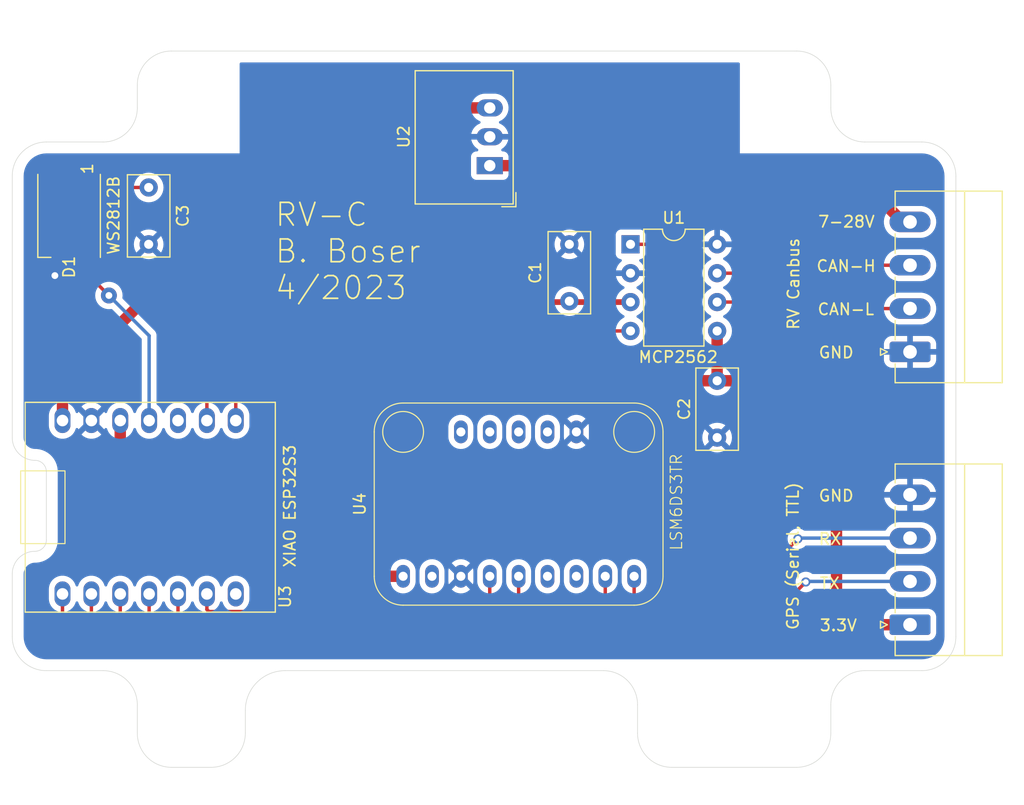
<source format=kicad_pcb>
(kicad_pcb (version 20221018) (generator pcbnew)
  (layers (0 "F.Cu" signal) (31 "B.Cu" signal) (34 "B.Paste" user) (35 "F.Paste" user) (36 "B.SilkS" user "B.Silkscreen") (37 "F.SilkS" user "F.Silkscreen") (38 "B.Mask" user) (39 "F.Mask" user) (44 "Edge.Cuts" user))
  (net 0 "")
  (net 3 "+3.3V")
  (net 4 "GND")
  (net 5 "+12V")
  (net 6 "/CANH")
  (net 7 "/CANL")
  (net 8 "+5V")
  (net 10 "SCL")
  (net 11 "SDA")
  (net 14 "INT1")
  (net 15 "INT2")
  (net 20 "GPS_TX")
  (net 21 "GPS_RX")
  (net 22 "LED")
  (net 23 "CAN_TX")
  (net 24 "CAN_RX")
  (footprint "Capacitor_THT:C_Rect_L7.0mm_W3.5mm_P5.00mm" (layer "F.Cu") (at 160 72 -90)
    (fp_text reference "C3" (at 2.5 -3 90) (layer "F.SilkS"))
    (fp_text value "100nF")
    (fp_line (start -1.12 -1.87) (end -1.12 1.87) (stroke (width 0.12)) (layer "F.SilkS"))
    (fp_line (start -1.12 -1.87) (end 6.12 -1.87) (stroke (width 0.12)) (layer "F.SilkS"))
    (fp_line (start -1.12 1.87) (end 6.12 1.87) (stroke (width 0.12)) (layer "F.SilkS"))
    (fp_line (start 6.12 -1.87) (end 6.12 1.87) (stroke (width 0.12)) (layer "F.SilkS"))
    (pad "1" thru_hole circle (at 0 0 270) (size 1.6 1.6) (drill 0.8) (layers "*.Cu" "*.Mask") (net 3 "+3.3V"))
    (pad "2" thru_hole circle (at 5 0 270) (size 1.6 1.6) (drill 0.8) (layers "*.Cu" "*.Mask") (net 4 "GND"))
  )
  (footprint "Capacitor_THT:C_Rect_L7.0mm_W3.5mm_P5.00mm" (layer "F.Cu") (at 210 89 -90)
    (fp_text reference "C2" (at 2.5 2.9 90) (layer "F.SilkS"))
    (fp_text value "100nF")
    (fp_line (start -1.12 -1.87) (end -1.12 1.87) (stroke (width 0.12)) (layer "F.SilkS"))
    (fp_line (start -1.12 -1.87) (end 6.12 -1.87) (stroke (width 0.12)) (layer "F.SilkS"))
    (fp_line (start -1.12 1.87) (end 6.12 1.87) (stroke (width 0.12)) (layer "F.SilkS"))
    (fp_line (start 6.12 -1.87) (end 6.12 1.87) (stroke (width 0.12)) (layer "F.SilkS"))
    (pad "1" thru_hole circle (at 0 0 270) (size 1.6 1.6) (drill 0.8) (layers "*.Cu" "*.Mask") (net 3 "+3.3V"))
    (pad "2" thru_hole circle (at 5 0 270) (size 1.6 1.6) (drill 0.8) (layers "*.Cu" "*.Mask") (net 4 "GND"))
  )
  (footprint "Connector_Phoenix_MC:PhoenixContact_MC_1,5_4-G-3.81_1x04_P3.81mm_Horizontal" (layer "F.Cu") (at 226.9675 110.46 90)
    (fp_text reference "J2" hide)
    (fp_text value "Screw_Terminal_01x04")
    (fp_line (start -2.71 -1.31) (end -2.71 8.11) (stroke (width 0.12)) (layer "F.SilkS"))
    (fp_line (start -2.71 -1.31) (end -1.05 -1.31) (stroke (width 0.12)) (layer "F.SilkS"))
    (fp_line (start -2.71 4.8) (end 14.14 4.8) (stroke (width 0.12)) (layer "F.SilkS"))
    (fp_line (start -2.71 8.11) (end 14.14 8.11) (stroke (width 0.12)) (layer "F.SilkS"))
    (fp_line (start -0.3 -2.6) (end 0.3 -2.6) (stroke (width 0.12)) (layer "F.SilkS"))
    (fp_line (start 0 -2) (end -0.3 -2.6) (stroke (width 0.12)) (layer "F.SilkS"))
    (fp_line (start 0.3 -2.6) (end 0 -2) (stroke (width 0.12)) (layer "F.SilkS"))
    (fp_line (start 1.05 -1.31) (end 2.76 -1.31) (stroke (width 0.12)) (layer "F.SilkS"))
    (fp_line (start 4.86 -1.31) (end 6.57 -1.31) (stroke (width 0.12)) (layer "F.SilkS"))
    (fp_line (start 8.67 -1.31) (end 10.38 -1.31) (stroke (width 0.12)) (layer "F.SilkS"))
    (fp_line (start 14.14 -1.31) (end 12.48 -1.31) (stroke (width 0.12)) (layer "F.SilkS"))
    (fp_line (start 14.14 8.11) (end 14.14 -1.31) (stroke (width 0.12)) (layer "F.SilkS"))
    (pad "1" thru_hole roundrect (at 0 0 90) (size 1.8 3.6) (drill 1.2) (layers "*.Cu" "*.Mask") (roundrect_rratio 0.1388888889) (net 3 "+3.3V"))
    (pad "2" thru_hole oval (at 3.81 0 90) (size 1.8 3.6) (drill 1.2) (layers "*.Cu" "*.Mask") (net 20 "GPS_TX"))
    (pad "3" thru_hole oval (at 7.62 0 90) (size 1.8 3.6) (drill 1.2) (layers "*.Cu" "*.Mask") (net 21 "GPS_RX"))
    (pad "4" thru_hole oval (at 11.43 0 90) (size 1.8 3.6) (drill 1.2) (layers "*.Cu" "*.Mask") (net 4 "GND"))
  )
  (footprint "Package_DIP:DIP-8_W7.62mm" (layer "F.Cu") (at 202.38 77)
    (fp_text reference "U1" (at 3.81 -2.33) (layer "F.SilkS"))
    (fp_text value "MCP2562-E-P")
    (fp_line (start 1.16 -1.33) (end 1.16 8.95) (stroke (width 0.12)) (layer "F.SilkS"))
    (fp_line (start 1.16 8.95) (end 6.46 8.95) (stroke (width 0.12)) (layer "F.SilkS"))
    (fp_line (start 2.81 -1.33) (end 1.16 -1.33) (stroke (width 0.12)) (layer "F.SilkS"))
    (fp_line (start 6.46 -1.33) (end 4.81 -1.33) (stroke (width 0.12)) (layer "F.SilkS"))
    (fp_line (start 6.46 8.95) (end 6.46 -1.33) (stroke (width 0.12)) (layer "F.SilkS"))
    (fp_arc (start 4.81 -1.33) (mid 3.81 -0.33) (end 2.81 -1.33) (stroke (width 0.12)) (layer "F.SilkS"))
    (pad "1" thru_hole rect (at 0 0) (size 1.6 1.6) (drill 0.8) (layers "*.Cu" "*.Mask") (net 23 "CAN_TX"))
    (pad "2" thru_hole oval (at 0 2.54) (size 1.6 1.6) (drill 0.8) (layers "*.Cu" "*.Mask") (net 4 "GND"))
    (pad "3" thru_hole oval (at 0 5.08) (size 1.6 1.6) (drill 0.8) (layers "*.Cu" "*.Mask") (net 8 "+5V"))
    (pad "4" thru_hole oval (at 0 7.62) (size 1.6 1.6) (drill 0.8) (layers "*.Cu" "*.Mask") (net 24 "CAN_RX"))
    (pad "5" thru_hole oval (at 7.62 7.62) (size 1.6 1.6) (drill 0.8) (layers "*.Cu" "*.Mask") (net 3 "+3.3V"))
    (pad "6" thru_hole oval (at 7.62 5.08) (size 1.6 1.6) (drill 0.8) (layers "*.Cu" "*.Mask") (net 7 "/CANL"))
    (pad "7" thru_hole oval (at 7.62 2.54) (size 1.6 1.6) (drill 0.8) (layers "*.Cu" "*.Mask") (net 6 "/CANH"))
    (pad "8" thru_hole oval (at 7.62 0) (size 1.6 1.6) (drill 0.8) (layers "*.Cu" "*.Mask") (net 4 "GND"))
  )
  (footprint "BEB:Enclosure_Lemotech_90_70_antenna" (layer "F.Cu") (at 148 123)
    (fp_text reference "X1" hide)
    (fp_text value "~" hide)
    (fp_line (start 0 -52) (end 0 -29) (stroke (width 0.05)) (layer "Edge.Cuts"))
    (fp_line (start 0 -17) (end 0 -11.5) (stroke (width 0.05)) (layer "Edge.Cuts"))
    (fp_line (start 3 -55) (end 8 -55) (stroke (width 0.05)) (layer "Edge.Cuts"))
    (fp_line (start 3 -26) (end 3 -20) (stroke (width 0.05)) (layer "Edge.Cuts"))
    (fp_line (start 8 -8.5) (end 3 -8.5) (stroke (width 0.05)) (layer "Edge.Cuts"))
    (fp_line (start 11 -58) (end 11 -60) (stroke (width 0.05)) (layer "Edge.Cuts"))
    (fp_line (start 11 -5.5) (end 11 -3) (stroke (width 0.05)) (layer "Edge.Cuts"))
    (fp_line (start 14 -63) (end 69 -63) (stroke (width 0.05)) (layer "Edge.Cuts"))
    (fp_line (start 14 0) (end 17.5 0) (stroke (width 0.05)) (layer "Edge.Cuts"))
    (fp_line (start 20.5 -5) (end 20.5 -3) (stroke (width 0.05)) (layer "Edge.Cuts"))
    (fp_line (start 52 -8.5) (end 24 -8.5) (stroke (width 0.05)) (layer "Edge.Cuts"))
    (fp_line (start 55 -3) (end 55 -5.5) (stroke (width 0.05)) (layer "Edge.Cuts"))
    (fp_line (start 66 0) (end 58 0) (stroke (width 0.05)) (layer "Edge.Cuts"))
    (fp_line (start 69 0) (end 66 0) (stroke (width 0.05)) (layer "Edge.Cuts"))
    (fp_line (start 72 -60) (end 72 -58) (stroke (width 0.05)) (layer "Edge.Cuts"))
    (fp_line (start 72 -5.5) (end 72 -3) (stroke (width 0.05)) (layer "Edge.Cuts"))
    (fp_line (start 75 -55) (end 80 -55) (stroke (width 0.05)) (layer "Edge.Cuts"))
    (fp_line (start 80 -8.5) (end 75 -8.5) (stroke (width 0.05)) (layer "Edge.Cuts"))
    (fp_line (start 83 -52) (end 83 -11.5) (stroke (width 0.05)) (layer "Edge.Cuts"))
    (fp_arc (start 0 -52) (mid 0.87868 -54.12132) (end 3 -55) (stroke (width 0.05)) (layer "Edge.Cuts"))
    (fp_arc (start 0 -17) (mid 0.585786 -18.414214) (end 2 -19) (stroke (width 0.05)) (layer "Edge.Cuts"))
    (fp_arc (start 2 -27) (mid 0.585786 -27.585786) (end 0 -29) (stroke (width 0.05)) (layer "Edge.Cuts"))
    (fp_arc (start 2 -27) (mid 2.707107 -26.707107) (end 3 -26) (stroke (width 0.05)) (layer "Edge.Cuts"))
    (fp_arc (start 3 -20) (mid 2.707107 -19.292893) (end 2 -19) (stroke (width 0.05)) (layer "Edge.Cuts"))
    (fp_arc (start 3 -8.5) (mid 0.87868 -9.37868) (end 0 -11.5) (stroke (width 0.05)) (layer "Edge.Cuts"))
    (fp_arc (start 8 -8.5) (mid 10.12132 -7.62132) (end 11 -5.5) (stroke (width 0.05)) (layer "Edge.Cuts"))
    (fp_arc (start 11 -60) (mid 11.87868 -62.12132) (end 14 -63) (stroke (width 0.05)) (layer "Edge.Cuts"))
    (fp_arc (start 11 -58) (mid 10.12132 -55.87868) (end 8 -55) (stroke (width 0.05)) (layer "Edge.Cuts"))
    (fp_arc (start 14 0) (mid 11.87868 -0.87868) (end 11 -3) (stroke (width 0.05)) (layer "Edge.Cuts"))
    (fp_arc (start 20.5 -5) (mid 21.525126 -7.474874) (end 24 -8.5) (stroke (width 0.05)) (layer "Edge.Cuts"))
    (fp_arc (start 20.5 -3) (mid 19.62132 -0.87868) (end 17.5 0) (stroke (width 0.05)) (layer "Edge.Cuts"))
    (fp_arc (start 52 -8.5) (mid 54.12132 -7.62132) (end 55 -5.5) (stroke (width 0.05)) (layer "Edge.Cuts"))
    (fp_arc (start 58 0) (mid 55.87868 -0.87868) (end 55 -3) (stroke (width 0.05)) (layer "Edge.Cuts"))
    (fp_arc (start 69 -63) (mid 71.12132 -62.12132) (end 72 -60) (stroke (width 0.05)) (layer "Edge.Cuts"))
    (fp_arc (start 72 -5.5) (mid 72.87868 -7.62132) (end 75 -8.5) (stroke (width 0.05)) (layer "Edge.Cuts"))
    (fp_arc (start 72 -3) (mid 71.12132 -0.87868) (end 69 0) (stroke (width 0.05)) (layer "Edge.Cuts"))
    (fp_arc (start 75 -55) (mid 72.87868 -55.87868) (end 72 -58) (stroke (width 0.05)) (layer "Edge.Cuts"))
    (fp_arc (start 80 -55) (mid 82.12132 -54.12132) (end 83 -52) (stroke (width 0.05)) (layer "Edge.Cuts"))
    (fp_arc (start 83 -11.5) (mid 82.12132 -9.37868) (end 80 -8.5) (stroke (width 0.05)) (layer "Edge.Cuts"))
    (pad "" np_thru_hole circle (at 14 -60) (size 3.5 3.5) (drill 3.5) (layers "*.Cu" "*.Mask"))
    (pad "" np_thru_hole circle (at 14 -3) (size 3.5 3.5) (drill 3.5) (layers "*.Cu" "*.Mask"))
    (pad "" np_thru_hole circle (at 69 -60) (size 3.5 3.5) (drill 3.5) (layers "F&B.Cu" "*.Mask"))
    (pad "" np_thru_hole circle (at 69 -3) (size 3.5 3.5) (drill 3.5) (layers "*.Cu" "*.Mask"))
  )
  (footprint "BEB:LSM6DS3TR_breakout" (layer "F.Cu") (at 192.54 99.85)
    (fp_text reference "U4" (at -13.97 0 90) (layer "F.SilkS"))
    (fp_text value "LSM6DS3TR")
    (fp_text user "LSM6DS3TR" (at 14.46 4.15 90 unlocked) (layer "F.SilkS") (effects (font (thickness 0.1)) (justify left bottom)))
    (fp_line (start -12.7 6.35) (end -12.7 -6.35) (stroke (width 0.1)) (layer "F.SilkS"))
    (fp_line (start -10.16 -8.89) (end 10.16 -8.89) (stroke (width 0.1)) (layer "F.SilkS"))
    (fp_line (start 10.16 8.89) (end -10.16 8.89) (stroke (width 0.1)) (layer "F.SilkS"))
    (fp_line (start 12.7 -6.35) (end 12.7 6.35) (stroke (width 0.1)) (layer "F.SilkS"))
    (fp_arc (start -12.7 -6.35) (mid -11.956051 -8.146051) (end -10.16 -8.89) (stroke (width 0.1)) (layer "F.SilkS"))
    (fp_arc (start -10.16 8.89) (mid -11.956051 8.146051) (end -12.7 6.35) (stroke (width 0.1)) (layer "F.SilkS"))
    (fp_arc (start 10.16 -8.89) (mid 11.956051 -8.146051) (end 12.7 -6.35) (stroke (width 0.1)) (layer "F.SilkS"))
    (fp_arc (start 12.7 6.35) (mid 11.956051 8.146051) (end 10.16 8.89) (stroke (width 0.1)) (layer "F.SilkS"))
    (fp_circle (center -10.16 -6.35) (end -8.89 -7.62) (stroke (width 0.1)) (fill none) (layer "F.SilkS"))
    (fp_circle (center 10.16 -6.35) (end 11.43 -7.62) (stroke (width 0.1)) (fill none) (layer "F.SilkS"))
    (pad "1" thru_hole oval (at -10.16 6.35) (size 1.2 2) (drill 0.8) (layers "*.Cu" "*.Mask") (net 3 "+3.3V"))
    (pad "2" thru_hole oval (at -7.62 6.35) (size 1.2 2) (drill 0.8) (layers "*.Cu" "*.Mask"))
    (pad "3" thru_hole oval (at -5.08 6.35) (size 1.2 2) (drill 0.8) (layers "*.Cu" "*.Mask") (net 4 "GND"))
    (pad "4" thru_hole oval (at -2.54 6.35) (size 1.2 2) (drill 0.8) (layers "*.Cu" "*.Mask") (net 10 "SCL"))
    (pad "5" thru_hole oval (at 0 6.35) (size 1.2 2) (drill 0.8) (layers "*.Cu" "*.Mask") (net 11 "SDA"))
    (pad "6" thru_hole oval (at 2.54 6.35) (size 1.2 2) (drill 0.8) (layers "*.Cu" "*.Mask"))
    (pad "7" thru_hole oval (at 5.08 6.35) (size 1.2 2) (drill 0.8) (layers "*.Cu" "*.Mask"))
    (pad "8" thru_hole oval (at 7.62 6.35) (size 1.2 2) (drill 0.8) (layers "*.Cu" "*.Mask") (net 14 "INT1"))
    (pad "9" thru_hole oval (at 10.16 6.35) (size 1.2 2) (drill 0.8) (layers "*.Cu" "*.Mask") (net 15 "INT2"))
    (pad "10" thru_hole oval (at 5.08 -6.35) (size 1.2 2) (drill 0.8) (layers "*.Cu" "*.Mask") (net 4 "GND"))
    (pad "11" thru_hole oval (at 2.54 -6.35) (size 1.2 2) (drill 0.8) (layers "*.Cu" "*.Mask"))
    (pad "12" thru_hole oval (at 0 -6.35) (size 1.2 2) (drill 0.8) (layers "*.Cu" "*.Mask"))
    (pad "13" thru_hole oval (at -2.54 -6.35) (size 1.2 2) (drill 0.8) (layers "*.Cu" "*.Mask"))
    (pad "14" thru_hole oval (at -5.08 -6.35) (size 1.2 2) (drill 0.8) (layers "*.Cu" "*.Mask"))
  )
  (footprint "LED_SMD:LED_WS2812B_PLCC4_5.0x5.0mm_P3.2mm" (layer "F.Cu") (at 153 74.5 -90)
    (fp_text reference "D1" (at 4.5 0 90) (layer "F.SilkS"))
    (fp_text value "WS2812B")
    (fp_text user "1" (at -4.15 -1.6 90) (layer "F.SilkS"))
    (fp_line (start -3.65 -2.75) (end 3.65 -2.75) (stroke (width 0.12)) (layer "F.SilkS"))
    (fp_line (start -3.65 2.75) (end 3.65 2.75) (stroke (width 0.12)) (layer "F.SilkS"))
    (fp_line (start 3.65 2.75) (end 3.65 1.6) (stroke (width 0.12)) (layer "F.SilkS"))
    (pad "1" smd rect (at -2.45 -1.65 270) (size 1.5 0.9) (layers "F.Cu" "F.Paste" "F.Mask") (net 3 "+3.3V"))
    (pad "2" smd rect (at -2.45 1.65 270) (size 1.5 0.9) (layers "F.Cu" "F.Paste" "F.Mask"))
    (pad "3" smd rect (at 2.45 1.65 270) (size 1.5 0.9) (layers "F.Cu" "F.Paste" "F.Mask") (net 4 "GND"))
    (pad "4" smd rect (at 2.45 -1.65 270) (size 1.5 0.9) (layers "F.Cu" "F.Paste" "F.Mask") (net 22 "LED"))
  )
  (footprint "BEB:XIAO_DIL" (layer "F.Cu") (at 160.04 100.125)
    (fp_text reference "U3" (at 11.96 7.875 90) (layer "F.SilkS"))
    (fp_text value "XIAO_ESP32S3" hide)
    (fp_line (start -10.9 9.225) (end -10.9 -9.2) (stroke (width 0.1)) (layer "F.SilkS"))
    (fp_line (start -10.9 9.225) (end 11.1 9.225) (stroke (width 0.12)) (layer "F.SilkS"))
    (fp_line (start 11.1 -9.225) (end -10.9 -9.225) (stroke (width 0.12)) (layer "F.SilkS"))
    (fp_line (start 11.1 9.225) (end 11.1 -9.225) (stroke (width 0.12)) (layer "F.SilkS"))
    (fp_rect (start -11.3 -3.2) (end -7.4 3.2) (stroke (width 0.1)) (fill none) (layer "F.SilkS"))
    (pad "1" thru_hole oval (at -7.62 7.625) (size 1.4 2.2) (drill 1.02) (layers "*.Cu" "*.Mask") (net 20 "GPS_TX"))
    (pad "2" thru_hole oval (at -5.08 7.625) (size 1.4 2.2) (drill 1.02) (layers "*.Cu" "*.Mask") (net 21 "GPS_RX"))
    (pad "3" thru_hole oval (at -2.54 7.625) (size 1.4 2.2) (drill 1.02) (layers "*.Cu" "*.Mask") (net 15 "INT2"))
    (pad "4" thru_hole oval (at 0 7.625) (size 1.4 2.2) (drill 1.02) (layers "*.Cu" "*.Mask") (net 14 "INT1"))
    (pad "5" thru_hole oval (at 2.54 7.625) (size 1.4 2.2) (drill 1.02) (layers "*.Cu" "*.Mask") (net 11 "SDA"))
    (pad "6" thru_hole oval (at 5.08 7.625) (size 1.4 2.2) (drill 1.02) (layers "*.Cu" "*.Mask") (net 10 "SCL"))
    (pad "7" thru_hole oval (at 7.62 7.625) (size 1.4 2.2) (drill 1.02) (layers "*.Cu" "*.Mask"))
    (pad "8" thru_hole oval (at 7.62 -7.625) (size 1.4 2.2) (drill 1.02) (layers "*.Cu" "*.Mask") (net 23 "CAN_TX"))
    (pad "9" thru_hole oval (at 5.08 -7.625) (size 1.4 2.2) (drill 1.02) (layers "*.Cu" "*.Mask") (net 24 "CAN_RX"))
    (pad "10" thru_hole oval (at 2.54 -7.625) (size 1.4 2.2) (drill 1.02) (layers "*.Cu" "*.Mask"))
    (pad "11" thru_hole oval (at 0 -7.625) (size 1.4 2.2) (drill 1.02) (layers "*.Cu" "*.Mask") (net 22 "LED"))
    (pad "12" thru_hole oval (at -2.54 -7.625) (size 1.4 2.2) (drill 1.02) (layers "*.Cu" "*.Mask") (net 3 "+3.3V"))
    (pad "13" thru_hole oval (at -5.08 -7.625) (size 1.4 2.2) (drill 1.02) (layers "*.Cu" "*.Mask") (net 4 "GND"))
    (pad "14" thru_hole oval (at -7.62 -7.625) (size 1.4 2.2) (drill 1.02) (layers "*.Cu" "*.Mask") (net 8 "+5V"))
  )
  (footprint "Converter_DCDC:Converter_DCDC_RECOM_R-78E-0.5_THT" (layer "F.Cu") (at 190 70.08 90)
    (fp_text reference "U2" (at 2.54 -7.56 90) (layer "F.SilkS"))
    (fp_text value "R-78E5.0-0.5 or R-70B5.0-1")
    (fp_line (start -3.611 1.06) (end -3.611 2.3) (stroke (width 0.12)) (layer "F.SilkS"))
    (fp_line (start -3.611 2.3) (end -2.371 2.3) (stroke (width 0.12)) (layer "F.SilkS"))
    (fp_line (start -3.371 -6.56) (end -3.371 2.06) (stroke (width 0.12)) (layer "F.SilkS"))
    (fp_line (start -3.371 -6.56) (end 8.35 -6.56) (stroke (width 0.12)) (layer "F.SilkS"))
    (fp_line (start -3.371 2.06) (end 8.35 2.06) (stroke (width 0.12)) (layer "F.SilkS"))
    (fp_line (start 8.35 -6.56) (end 8.35 2.06) (stroke (width 0.12)) (layer "F.SilkS"))
    (pad "1" thru_hole rect (at 0 0 90) (size 1.5 2.3) (drill 1) (layers "*.Cu" "*.Mask") (net 5 "+12V"))
    (pad "2" thru_hole oval (at 2.54 0 90) (size 1.5 2.3) (drill 1) (layers "*.Cu" "*.Mask") (net 4 "GND"))
    (pad "3" thru_hole oval (at 5.08 0 90) (size 1.5 2.3) (drill 1) (layers "*.Cu" "*.Mask") (net 8 "+5V"))
  )
  (footprint "Connector_Phoenix_MC:PhoenixContact_MC_1,5_4-G-3.81_1x04_P3.81mm_Horizontal" (layer "F.Cu") (at 226.9675 86.46 90)
    (fp_text reference "J1" hide)
    (fp_text value "Screw_Terminal_01x04")
    (fp_line (start -2.71 -1.31) (end -2.71 8.11) (stroke (width 0.12)) (layer "F.SilkS"))
    (fp_line (start -2.71 -1.31) (end -1.05 -1.31) (stroke (width 0.12)) (layer "F.SilkS"))
    (fp_line (start -2.71 4.8) (end 14.14 4.8) (stroke (width 0.12)) (layer "F.SilkS"))
    (fp_line (start -2.71 8.11) (end 14.14 8.11) (stroke (width 0.12)) (layer "F.SilkS"))
    (fp_line (start -0.3 -2.6) (end 0.3 -2.6) (stroke (width 0.12)) (layer "F.SilkS"))
    (fp_line (start 0 -2) (end -0.3 -2.6) (stroke (width 0.12)) (layer "F.SilkS"))
    (fp_line (start 0.3 -2.6) (end 0 -2) (stroke (width 0.12)) (layer "F.SilkS"))
    (fp_line (start 1.05 -1.31) (end 2.76 -1.31) (stroke (width 0.12)) (layer "F.SilkS"))
    (fp_line (start 4.86 -1.31) (end 6.57 -1.31) (stroke (width 0.12)) (layer "F.SilkS"))
    (fp_line (start 8.67 -1.31) (end 10.38 -1.31) (stroke (width 0.12)) (layer "F.SilkS"))
    (fp_line (start 14.14 -1.31) (end 12.48 -1.31) (stroke (width 0.12)) (layer "F.SilkS"))
    (fp_line (start 14.14 8.11) (end 14.14 -1.31) (stroke (width 0.12)) (layer "F.SilkS"))
    (pad "1" thru_hole roundrect (at 0 0 90) (size 1.8 3.6) (drill 1.2) (layers "*.Cu" "*.Mask") (roundrect_rratio 0.1388888889) (net 4 "GND"))
    (pad "2" thru_hole oval (at 3.81 0 90) (size 1.8 3.6) (drill 1.2) (layers "*.Cu" "*.Mask") (net 7 "/CANL"))
    (pad "3" thru_hole oval (at 7.62 0 90) (size 1.8 3.6) (drill 1.2) (layers "*.Cu" "*.Mask") (net 6 "/CANH"))
    (pad "4" thru_hole oval (at 11.43 0 90) (size 1.8 3.6) (drill 1.2) (layers "*.Cu" "*.Mask") (net 5 "+12V"))
  )
  (footprint "Capacitor_THT:C_Rect_L7.0mm_W3.5mm_P5.00mm" (layer "F.Cu") (at 197 82 90)
    (fp_text reference "C1" (at 2.5 -3 90) (layer "F.SilkS"))
    (fp_text value "100nF")
    (fp_line (start -1.12 -1.87) (end -1.12 1.87) (stroke (width 0.12)) (layer "F.SilkS"))
    (fp_line (start -1.12 -1.87) (end 6.12 -1.87) (stroke (width 0.12)) (layer "F.SilkS"))
    (fp_line (start -1.12 1.87) (end 6.12 1.87) (stroke (width 0.12)) (layer "F.SilkS"))
    (fp_line (start 6.12 -1.87) (end 6.12 1.87) (stroke (width 0.12)) (layer "F.SilkS"))
    (pad "1" thru_hole circle (at 0 0 90) (size 1.6 1.6) (drill 0.8) (layers "*.Cu" "*.Mask") (net 8 "+5V"))
    (pad "2" thru_hole circle (at 5 0 90) (size 1.6 1.6) (drill 0.8) (layers "*.Cu" "*.Mask") (net 4 "GND"))
  )
  (gr_text "CAN-H" (at 218.65 79.5) (layer "F.SilkS") (effects (font (size 1 1)) (justify left bottom)))
  (gr_text "XIAO ESP32S3" (at 173 105.5 90) (layer "F.SilkS") (effects (font (size 1 1)) (justify left bottom)))
  (gr_text "RV-C\nB. Boser\n4/2023" (at 171 82) (layer "F.SilkS") (effects (font (size 2 2)) (justify left bottom)))
  (gr_text "RV Canbus" (at 217.3 84.6 90) (layer "F.SilkS") (effects (font (size 1 1)) (justify left bottom)))
  (gr_text "MCP2562" (at 203 87.5) (layer "F.SilkS") (effects (font (size 1 1)) (justify left bottom)))
  (gr_text "3.3V" (at 218.95 111.1) (layer "F.SilkS") (effects (font (size 1 1)) (justify left bottom)))
  (gr_text "GND" (at 218.85 87.1) (layer "F.SilkS") (effects (font (size 1 1)) (justify left bottom)))
  (gr_text "GPS (Serial, TTL)" (at 217.25 111 90) (layer "F.SilkS") (effects (font (size 1 1)) (justify left bottom)))
  (gr_text "GND" (at 218.85 99.7) (layer "F.SilkS") (effects (font (size 1 1)) (justify left bottom)))
  (gr_text "CAN-L" (at 218.75 83.3) (layer "F.SilkS") (effects (font (size 1 1)) (justify left bottom)))
  (gr_text "RX" (at 218.85 103.5) (layer "F.SilkS") (effects (font (size 1 1)) (justify left bottom)))
  (gr_text "7-28V" (at 218.8 75.6) (layer "F.SilkS") (effects (font (size 1 1)) (justify left bottom)))
  (gr_text "WS2812B" (at 157.5 78 90) (layer "F.SilkS") (effects (font (size 1 1)) (justify left bottom)))
  (gr_text "TX" (at 218.95 107.4) (layer "F.SilkS") (effects (font (size 1 1)) (justify left bottom)))
  (segment (start 172.05 95.95) (end 171 97) (width 1) (layer "F.Cu") (net 3))
  (segment (start 172.05 95.95) (end 171.95 96.05) (width 1) (layer "F.Cu") (net 3))
  (segment (start 154.65 72.05) (end 154.45 72.05) (width 0.3) (layer "F.Cu") (net 3))
  (segment (start 151 89) (end 151 93.544766) (width 0.3) (layer "F.Cu") (net 3))
  (segment (start 154.45 72.05) (end 153 73.5) (width 0.3) (layer "F.Cu") (net 3))
  (segment (start 157.5 95.5) (end 157.5 95) (width 1) (layer "F.Cu") (net 3))
  (segment (start 171 97) (end 171.95 97.95) (width 1) (layer "F.Cu") (net 3))
  (segment (start 179 89) (end 172.05 95.95) (width 1) (layer "F.Cu") (net 3))
  (segment (start 222.36 110.46) (end 226.9675 110.46) (width 1) (layer "F.Cu") (net 3))
  (segment (start 159 97) (end 157.5 95.5) (width 1) (layer "F.Cu") (net 3))
  (segment (start 171 97) (end 159 97) (width 1) (layer "F.Cu") (net 3))
  (segment (start 210 89) (end 216.5 89) (width 1) (layer "F.Cu") (net 3))
  (segment (start 180.2 106.2) (end 182.38 106.2) (width 1) (layer "F.Cu") (net 3))
  (segment (start 160 72) (end 154.7 72) (width 0.3) (layer "F.Cu") (net 3))
  (segment (start 220.5 108.6) (end 222.36 110.46) (width 1) (layer "F.Cu") (net 3))
  (segment (start 171.95 96.05) (end 171.95 97.95) (width 1) (layer "F.Cu") (net 3))
  (segment (start 171.95 97.95) (end 180.2 106.2) (width 1) (layer "F.Cu") (net 3))
  (segment (start 210 84.62) (end 210 89) (width 1) (layer "F.Cu") (net 3))
  (segment (start 216.5 89) (end 220.5 93) (width 1) (layer "F.Cu") (net 3))
  (segment (start 154.7 72) (end 154.65 72.05) (width 0.3) (layer "F.Cu") (net 3))
  (segment (start 157.5 95) (end 157.5 92.5) (width 1) (layer "F.Cu") (net 3))
  (segment (start 152.455234 95) (end 157.5 95) (width 0.3) (layer "F.Cu") (net 3))
  (segment (start 210 89) (end 179 89) (width 1) (layer "F.Cu") (net 3))
  (segment (start 153 87) (end 151 89) (width 0.3) (layer "F.Cu") (net 3))
  (segment (start 151 93.544766) (end 152.455234 95) (width 0.3) (layer "F.Cu") (net 3))
  (segment (start 220.5 93) (end 220.5 108.6) (width 1) (layer "F.Cu") (net 3))
  (segment (start 153 73.5) (end 153 87) (width 0.3) (layer "F.Cu") (net 3))
  (segment (start 151.35 79.35) (end 151.35 76.95) (width 0.3) (layer "F.Cu") (net 4))
  (segment (start 151.75 79.75) (end 151.35 79.35) (width 0.3) (layer "F.Cu") (net 4))
  (via (at 151.75 79.75) (size 1.4) (drill 0.6) (layers "F.Cu" "B.Cu") (net 4))
  (segment (start 226.33 75.03) (end 226.9675 75.03) (width 1) (layer "F.Cu") (net 5))
  (segment (start 203.6 72.6) (end 223.9 72.6) (width 1) (layer "F.Cu") (net 5))
  (segment (start 190 70.08) (end 201.08 70.08) (width 1) (layer "F.Cu") (net 5))
  (segment (start 201.08 70.08) (end 203.6 72.6) (width 1) (layer "F.Cu") (net 5))
  (segment (start 223.9 72.6) (end 226.33 75.03) (width 1) (layer "F.Cu") (net 5))
  (segment (start 210 79.54) (end 213.46 79.54) (width 0.3) (layer "F.Cu") (net 6))
  (segment (start 214.16 78.84) (end 226.9675 78.84) (width 0.3) (layer "F.Cu") (net 6))
  (segment (start 213.46 79.54) (end 214.16 78.84) (width 0.3) (layer "F.Cu") (net 6))
  (segment (start 214.19 82.69) (end 213.58 82.08) (width 0.3) (layer "F.Cu") (net 7))
  (segment (start 213.58 82.08) (end 210 82.08) (width 0.3) (layer "F.Cu") (net 7))
  (segment (start 214.23 82.65) (end 226.9675 82.65) (width 0.3) (layer "F.Cu") (net 7))
  (segment (start 214.19 82.69) (end 214.23 82.65) (width 0.3) (layer "F.Cu") (net 7))
  (segment (start 176.5 65) (end 185.5 65) (width 1) (layer "F.Cu") (net 8))
  (segment (start 185.5 74.5) (end 185.5 65) (width 0.5) (layer "F.Cu") (net 8))
  (segment (start 152.42 89.08) (end 176.5 65) (width 1) (layer "F.Cu") (net 8))
  (segment (start 152.42 92.5) (end 152.42 89.08) (width 1) (layer "F.Cu") (net 8))
  (segment (start 202.38 82.08) (end 193.08 82.08) (width 0.5) (layer "F.Cu") (net 8))
  (segment (start 193.08 82.08) (end 185.5 74.5) (width 0.5) (layer "F.Cu") (net 8))
  (segment (start 185.5 65) (end 190 65) (width 1) (layer "F.Cu") (net 8))
  (segment (start 165.12 107.75) (end 165.12 109.12) (width 0.3) (layer "F.Cu") (net 10))
  (segment (start 190 108) (end 190 106.2) (width 0.3) (layer "F.Cu") (net 10))
  (segment (start 165.3 109.3) (end 188.7 109.3) (width 0.3) (layer "F.Cu") (net 10))
  (segment (start 165.12 109.12) (end 165.3 109.3) (width 0.3) (layer "F.Cu") (net 10))
  (segment (start 188.7 109.3) (end 190 108) (width 0.3) (layer "F.Cu") (net 10))
  (segment (start 192.54 108.46) (end 192.54 106.2) (width 0.3) (layer "F.Cu") (net 11))
  (segment (start 162.9 109.9) (end 191.1 109.9) (width 0.3) (layer "F.Cu") (net 11))
  (segment (start 191.1 109.9) (end 192.54 108.46) (width 0.3) (layer "F.Cu") (net 11))
  (segment (start 162.58 109.58) (end 162.9 109.9) (width 0.3) (layer "F.Cu") (net 11))
  (segment (start 162.58 107.75) (end 162.58 109.58) (width 0.3) (layer "F.Cu") (net 11))
  (segment (start 161 110.5) (end 198 110.5) (width 0.3) (layer "F.Cu") (net 14))
  (segment (start 160.04 109.54) (end 161 110.5) (width 0.3) (layer "F.Cu") (net 14))
  (segment (start 160.04 107.75) (end 160.04 109.54) (width 0.3) (layer "F.Cu") (net 14))
  (segment (start 198 110.5) (end 200.16 108.34) (width 0.3) (layer "F.Cu") (net 14))
  (segment (start 200.16 108.34) (end 200.16 106.2) (width 0.3) (layer "F.Cu") (net 14))
  (segment (start 157.5 109.5) (end 159.1 111.1) (width 0.3) (layer "F.Cu") (net 15))
  (segment (start 202.7 108.3) (end 202.7 106.2) (width 0.3) (layer "F.Cu") (net 15))
  (segment (start 159.1 111.1) (end 199.9 111.1) (width 0.3) (layer "F.Cu") (net 15))
  (segment (start 157.5 107.75) (end 157.5 109.5) (width 0.3) (layer "F.Cu") (net 15))
  (segment (start 199.9 111.1) (end 202.7 108.3) (width 0.3) (layer "F.Cu") (net 15))
  (segment (start 212.15 112.35) (end 217.8 106.7) (width 0.3) (layer "F.Cu") (net 20))
  (segment (start 152.42 109.42) (end 155.35 112.35) (width 0.3) (layer "F.Cu") (net 20))
  (segment (start 155.35 112.35) (end 212.15 112.35) (width 0.3) (layer "F.Cu") (net 20))
  (segment (start 152.42 107.75) (end 152.42 109.42) (width 0.3) (layer "F.Cu") (net 20))
  (via (at 217.8 106.7) (size 0.8) (drill 0.5) (layers "F.Cu" "B.Cu") (net 20))
  (segment (start 217.85 106.65) (end 226.9675 106.65) (width 0.3) (layer "B.Cu") (net 20))
  (segment (start 217.8 106.7) (end 217.85 106.65) (width 0.3) (layer "B.Cu") (net 20))
  (segment (start 208.3 111.7) (end 217.1 102.9) (width 0.3) (layer "F.Cu") (net 21))
  (segment (start 157.2 111.7) (end 208.3 111.7) (width 0.3) (layer "F.Cu") (net 21))
  (segment (start 154.96 109.46) (end 157.2 111.7) (width 0.3) (layer "F.Cu") (net 21))
  (segment (start 154.96 107.75) (end 154.96 109.46) (width 0.3) (layer "F.Cu") (net 21))
  (via (at 217.1 102.9) (size 0.8) (drill 0.5) (layers "F.Cu" "B.Cu") (net 21))
  (segment (start 217.1 102.9) (end 217.16 102.84) (width 0.3) (layer "B.Cu") (net 21))
  (segment (start 217.16 102.84) (end 226.9675 102.84) (width 0.3) (layer "B.Cu") (net 21))
  (segment (start 154.65 76.95) (end 154.65 79.65) (width 0.3) (layer "F.Cu") (net 22))
  (segment (start 154.65 79.65) (end 156.5 81.5) (width 0.3) (layer "F.Cu") (net 22))
  (via (at 156.5 81.5) (size 1.4) (drill 0.6) (layers "F.Cu" "B.Cu") (net 22))
  (segment (start 160.04 85.04) (end 160.04 92.5) (width 0.3) (layer "B.Cu") (net 22))
  (segment (start 156.5 81.5) (end 160.04 85.04) (width 0.3) (layer "B.Cu") (net 22))
  (segment (start 202.38 77) (end 204.5 77) (width 0.3) (layer "F.Cu") (net 23))
  (segment (start 204.5 77) (end 205.5 78) (width 0.3) (layer "F.Cu") (net 23))
  (segment (start 205.5 78) (end 205.5 85.5) (width 0.3) (layer "F.Cu") (net 23))
  (segment (start 204 87) (end 171.5 87) (width 0.3) (layer "F.Cu") (net 23))
  (segment (start 167.66 90.84) (end 167.66 92.5) (width 0.3) (layer "F.Cu") (net 23))
  (segment (start 171.5 87) (end 167.66 90.84) (width 0.3) (layer "F.Cu") (net 23))
  (segment (start 205.5 85.5) (end 204 87) (width 0.3) (layer "F.Cu") (net 23))
  (segment (start 170.88 84.62) (end 165.12 90.38) (width 0.3) (layer "F.Cu") (net 24))
  (segment (start 202.38 84.62) (end 170.88 84.62) (width 0.3) (layer "F.Cu") (net 24))
  (segment (start 165.12 90.38) (end 165.12 92.5) (width 0.3) (layer "F.Cu") (net 24))
  (zone (net 4) (net_name "GND") (layer "B.Cu") (connect_pads (clearance 0.5)) (min_thickness 0.25) (fill yes (thermal_gap 0.5) (thermal_bridge_width 0.5))
    (polygon (pts (xy 168 61) (xy 212 61) (xy 212 69) (xy 230 69) (xy 230 113.5) (xy 149 113.5) (xy 149 69) (xy 168 69)))
  )
)
</source>
